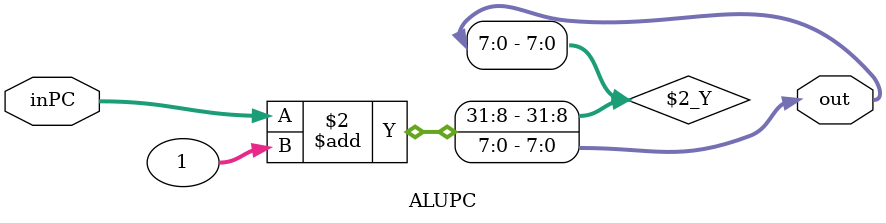
<source format=v>

module ALUPC( //Summation of PC and 1
    inPC,
    out
);
    input[7:0] inPC;
    output reg[7:0] out;

always@(*)
    out = inPC + 1;
endmodule
</source>
